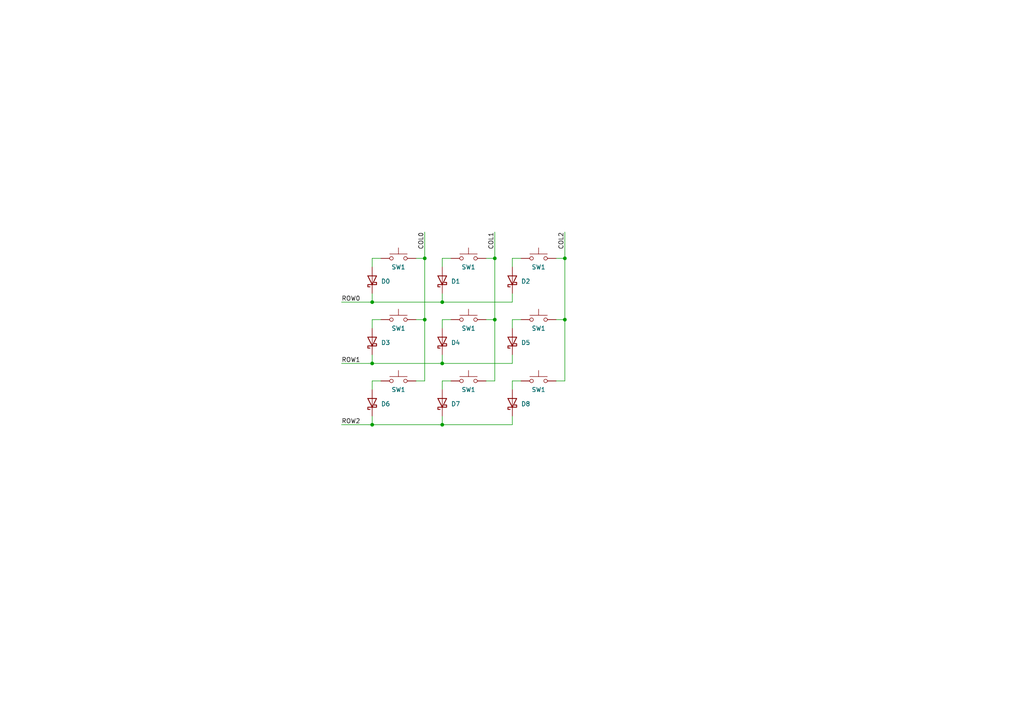
<source format=kicad_sch>
(kicad_sch (version 20230121) (generator eeschema)
  (paper "A4")
  (lib_symbols
    (symbol "Diode:1N5819" (pin_numbers hide) (pin_names (offset 1.016) hide)
      (property "Reference" "D" (at 0 2.54 0))
      (property "Value" "1N5819" (at 0 -2.54 0))
      (symbol "1N5819_0_1"
        (polyline (pts (xy 1.27 0) (xy -1.27 0)))
        (polyline (pts (xy 1.27 1.27) (xy 1.27 -1.27) (xy -1.27 0) (xy 1.27 1.27)) (stroke (width 0.254)))
        (polyline (pts (xy -1.905 0.635) (xy -1.905 1.27) (xy -1.27 1.27) (xy -1.27 -1.27) (xy -0.635 -1.27) (xy -0.635 -0.635)) (stroke (width 0.254)))
      )
      (symbol "1N5819_1_1"
        (pin passive line (at -3.81 0 0) (length 2.54) (name "K") (number "1"))
        (pin passive line (at 3.81 0 180) (length 2.54) (name "A") (number "2"))
      )
    )
    (symbol "Switch:SW_Push" (pin_numbers hide) (pin_names (offset 1.016) hide)
      (property "Reference" "SW" (at 1.27 2.54 0))
      (property "Value" "SW_Push" (at 0 -1.524 0))
      (symbol "SW_Push_0_1"
        (circle (center -2.032 0) (radius 0.508))
        (polyline (pts (xy 0 1.27) (xy 0 3.048)))
        (polyline (pts (xy 2.54 1.27) (xy -2.54 1.27)))
        (circle (center 2.032 0) (radius 0.508))
        (pin passive line (at -5.08 0 0) (length 2.54) (name "1") (number "1"))
        (pin passive line (at 5.08 0 180) (length 2.54) (name "2") (number "2"))
      )
    )
  )
  (junction (at 107.95 123.19))
  (junction (at 128.27 87.63))
  (junction (at 123.19 92.71))
  (junction (at 143.51 92.71))
  (junction (at 123.19 74.93))
  (junction (at 163.83 74.93))
  (junction (at 163.83 92.71))
  (junction (at 143.51 74.93))
  (junction (at 107.95 105.41))
  (junction (at 128.27 123.19))
  (junction (at 107.95 87.63))
  (junction (at 128.27 105.41))
  (wire (pts (xy 143.51 92.71) (xy 140.97 92.71)))
  (wire (pts (xy 128.27 87.63) (xy 148.59 87.63)))
  (wire (pts (xy 120.65 110.49) (xy 123.19 110.49)))
  (wire (pts (xy 148.59 74.93) (xy 151.13 74.93)))
  (wire (pts (xy 143.51 74.93) (xy 143.51 92.71)))
  (wire (pts (xy 128.27 77.47) (xy 128.27 74.93)))
  (wire (pts (xy 148.59 120.65) (xy 148.59 123.19)))
  (wire (pts (xy 148.59 110.49) (xy 151.13 110.49)))
  (wire (pts (xy 148.59 102.87) (xy 148.59 105.41)))
  (wire (pts (xy 107.95 95.25) (xy 107.95 92.71)))
  (wire (pts (xy 128.27 95.25) (xy 128.27 92.71)))
  (wire (pts (xy 148.59 85.09) (xy 148.59 87.63)))
  (wire (pts (xy 163.83 74.93) (xy 163.83 92.71)))
  (wire (pts (xy 128.27 110.49) (xy 130.81 110.49)))
  (wire (pts (xy 163.83 67.31) (xy 163.83 74.93)))
  (wire (pts (xy 107.95 92.71) (xy 110.49 92.71)))
  (wire (pts (xy 123.19 92.71) (xy 120.65 92.71)))
  (wire (pts (xy 163.83 92.71) (xy 161.29 92.71)))
  (wire (pts (xy 99.06 123.19) (xy 107.95 123.19)))
  (wire (pts (xy 128.27 74.93) (xy 130.81 74.93)))
  (wire (pts (xy 128.27 92.71) (xy 130.81 92.71)))
  (wire (pts (xy 128.27 120.65) (xy 128.27 123.19)))
  (wire (pts (xy 107.95 74.93) (xy 110.49 74.93)))
  (wire (pts (xy 128.27 123.19) (xy 148.59 123.19)))
  (wire (pts (xy 107.95 110.49) (xy 110.49 110.49)))
  (wire (pts (xy 148.59 77.47) (xy 148.59 74.93)))
  (wire (pts (xy 163.83 92.71) (xy 163.83 110.49)))
  (wire (pts (xy 107.95 77.47) (xy 107.95 74.93)))
  (wire (pts (xy 107.95 85.09) (xy 107.95 87.63)))
  (wire (pts (xy 123.19 67.31) (xy 123.19 74.93)))
  (wire (pts (xy 107.95 87.63) (xy 128.27 87.63)))
  (wire (pts (xy 161.29 110.49) (xy 163.83 110.49)))
  (wire (pts (xy 143.51 67.31) (xy 143.51 74.93)))
  (wire (pts (xy 123.19 74.93) (xy 120.65 74.93)))
  (wire (pts (xy 163.83 74.93) (xy 161.29 74.93)))
  (wire (pts (xy 128.27 105.41) (xy 148.59 105.41)))
  (wire (pts (xy 140.97 110.49) (xy 143.51 110.49)))
  (wire (pts (xy 99.06 87.63) (xy 107.95 87.63)))
  (wire (pts (xy 107.95 113.03) (xy 107.95 110.49)))
  (wire (pts (xy 107.95 102.87) (xy 107.95 105.41)))
  (wire (pts (xy 148.59 95.25) (xy 148.59 92.71)))
  (wire (pts (xy 148.59 92.71) (xy 151.13 92.71)))
  (wire (pts (xy 123.19 74.93) (xy 123.19 92.71)))
  (wire (pts (xy 128.27 102.87) (xy 128.27 105.41)))
  (wire (pts (xy 143.51 74.93) (xy 140.97 74.93)))
  (wire (pts (xy 143.51 92.71) (xy 143.51 110.49)))
  (wire (pts (xy 99.06 105.41) (xy 107.95 105.41)))
  (wire (pts (xy 107.95 123.19) (xy 128.27 123.19)))
  (wire (pts (xy 123.19 92.71) (xy 123.19 110.49)))
  (wire (pts (xy 128.27 113.03) (xy 128.27 110.49)))
  (wire (pts (xy 148.59 113.03) (xy 148.59 110.49)))
  (wire (pts (xy 128.27 85.09) (xy 128.27 87.63)))
  (wire (pts (xy 107.95 120.65) (xy 107.95 123.19)))
  (wire (pts (xy 107.95 105.41) (xy 128.27 105.41)))
  (label "COL2" (at 163.83 67.31 270))
  (label "COL1" (at 143.51 67.31 270))
  (label "ROW0" (at 99.06 87.63 0))
  (label "ROW1" (at 99.06 105.41 0))
  (label "ROW2" (at 99.06 123.19 0))
  (label "COL0" (at 123.19 67.31 270))
  (symbol (lib_id "Diode:1N5819") (at 128.27 99.06 90) (unit 1) (on_board no)
    (property "Reference" "D4" (at 130.81 99.3775 90) (effects (justify right)))
    (property "Value" "1SS416" (effects hide))
    (property "Footprint" "Diode_SMD:D_SOD-923" (effects hide))
    (instances (project "keyboard-matrix-testboard" (path "" (reference "D4") (unit 1)) (path "" (reference "D5") (unit 1)) (path "" (reference "D5") (unit 1))))
  )
  (symbol (lib_id "Switch:SW_Push") (at 135.89 74.93 0) (unit 1) (on_board no)
    (property "Reference" "SW1" (at 135.89 77.47 0))
    (property "Value" "SW_Push" (effects hide))
    (property "Footprint" "Button_Switch_SMD:SW_Push_1P1T_NO_Vertical_Wuerth_434133025816" (effects hide))
    (instances (project "spotlight-v2" (path "" (reference "SW1") (unit 1))) (project "keyboard-matrix-testboard" (path "" (reference "SW1") (unit 1)) (path "" (reference "SW4") (unit 1)) (path "" (reference "SW2") (unit 1))) (project "nrf-display" (path "" (reference "SW1") (unit 1))) (project "nrf-multi-io" (path "" (reference "SW1") (unit 1))))
  )
  (symbol (lib_id "Diode:1N5819") (at 128.27 116.84 90) (unit 1) (on_board no)
    (property "Reference" "D7" (at 130.81 117.1575 90) (effects (justify right)))
    (property "Value" "1SS416" (effects hide))
    (property "Footprint" "Diode_SMD:D_SOD-923" (effects hide))
    (instances (project "keyboard-matrix-testboard" (path "" (reference "D7") (unit 1)) (path "" (reference "D6") (unit 1)) (path "" (reference "D8") (unit 1))))
  )
  (symbol (lib_id "Switch:SW_Push") (at 156.21 110.49 0) (unit 1) (on_board no)
    (property "Reference" "SW1" (at 156.21 113.03 0))
    (property "Value" "SW_Push" (effects hide))
    (property "Footprint" "Button_Switch_SMD:SW_Push_1P1T_NO_Vertical_Wuerth_434133025816" (effects hide))
    (instances (project "spotlight-v2" (path "" (reference "SW1") (unit 1))) (project "keyboard-matrix-testboard" (path "" (reference "SW8") (unit 1)) (path "" (reference "SW35") (unit 1)) (path "" (reference "SW9") (unit 1))) (project "nrf-display" (path "" (reference "SW1") (unit 1))) (project "nrf-multi-io" (path "" (reference "SW1") (unit 1))))
  )
  (symbol (lib_id "Switch:SW_Push") (at 115.57 92.71 0) (unit 1) (on_board no)
    (property "Reference" "SW1" (at 115.57 95.25 0))
    (property "Value" "SW_Push" (effects hide))
    (property "Footprint" "Button_Switch_SMD:SW_Push_1P1T_NO_Vertical_Wuerth_434133025816" (effects hide))
    (instances (project "spotlight-v2" (path "" (reference "SW1") (unit 1))) (project "keyboard-matrix-testboard" (path "" (reference "SW3") (unit 1)) (path "" (reference "SW2") (unit 1)) (path "" (reference "SW4") (unit 1))) (project "nrf-display" (path "" (reference "SW1") (unit 1))) (project "nrf-multi-io" (path "" (reference "SW1") (unit 1))))
  )
  (symbol (lib_id "Switch:SW_Push") (at 115.57 74.93 0) (unit 1) (on_board no)
    (property "Reference" "SW1" (at 115.57 77.47 0))
    (property "Value" "SW_Push" (effects hide))
    (property "Footprint" "Button_Switch_SMD:SW_Push_1P1T_NO_Vertical_Wuerth_434133025816" (effects hide))
    (instances (project "spotlight-v2" (path "" (reference "SW1") (unit 1))) (project "keyboard-matrix-testboard" (path "" (reference "SW0") (unit 1)) (path "" (reference "SW1") (unit 1)) (path "" (reference "SW1") (unit 1))) (project "nrf-display" (path "" (reference "SW1") (unit 1))) (project "nrf-multi-io" (path "" (reference "SW1") (unit 1))))
  )
  (symbol (lib_id "Switch:SW_Push") (at 156.21 92.71 0) (unit 1) (on_board no)
    (property "Reference" "SW1" (at 156.21 95.25 0))
    (property "Value" "SW_Push" (effects hide))
    (property "Footprint" "Button_Switch_SMD:SW_Push_1P1T_NO_Vertical_Wuerth_434133025816" (effects hide))
    (instances (project "spotlight-v2" (path "" (reference "SW1") (unit 1))) (project "keyboard-matrix-testboard" (path "" (reference "SW5") (unit 1)) (path "" (reference "SW8") (unit 1)) (path "" (reference "SW6") (unit 1))) (project "nrf-display" (path "" (reference "SW1") (unit 1))) (project "nrf-multi-io" (path "" (reference "SW1") (unit 1))))
  )
  (symbol (lib_id "Switch:SW_Push") (at 135.89 92.71 0) (unit 1) (on_board no)
    (property "Reference" "SW1" (at 135.89 95.25 0))
    (property "Value" "SW_Push" (effects hide))
    (property "Footprint" "Button_Switch_SMD:SW_Push_1P1T_NO_Vertical_Wuerth_434133025816" (effects hide))
    (instances (project "spotlight-v2" (path "" (reference "SW1") (unit 1))) (project "keyboard-matrix-testboard" (path "" (reference "SW4") (unit 1)) (path "" (reference "SW5") (unit 1)) (path "" (reference "SW5") (unit 1))) (project "nrf-display" (path "" (reference "SW1") (unit 1))) (project "nrf-multi-io" (path "" (reference "SW1") (unit 1))))
  )
  (symbol (lib_id "Switch:SW_Push") (at 115.57 110.49 0) (unit 1) (on_board no)
    (property "Reference" "SW1" (at 115.57 113.03 0))
    (property "Value" "SW_Push" (effects hide))
    (property "Footprint" "Button_Switch_SMD:SW_Push_1P1T_NO_Vertical_Wuerth_434133025816" (effects hide))
    (instances (project "spotlight-v2" (path "" (reference "SW1") (unit 1))) (project "keyboard-matrix-testboard" (path "" (reference "SW6") (unit 1)) (path "" (reference "SW3") (unit 1)) (path "" (reference "SW7") (unit 1))) (project "nrf-display" (path "" (reference "SW1") (unit 1))) (project "nrf-multi-io" (path "" (reference "SW1") (unit 1))))
  )
  (symbol (lib_id "Diode:1N5819") (at 148.59 99.06 90) (unit 1) (on_board no)
    (property "Reference" "D5" (at 151.13 99.3775 90) (effects (justify right)))
    (property "Value" "1SS416" (effects hide))
    (property "Footprint" "Diode_SMD:D_SOD-923" (effects hide))
    (instances (project "keyboard-matrix-testboard" (path "" (reference "D5") (unit 1)) (path "" (reference "D8") (unit 1)) (path "" (reference "D6") (unit 1))))
  )
  (symbol (lib_id "Switch:SW_Push") (at 135.89 110.49 0) (unit 1) (on_board no)
    (property "Reference" "SW1" (at 135.89 113.03 0))
    (property "Value" "SW_Push" (effects hide))
    (property "Footprint" "Button_Switch_SMD:SW_Push_1P1T_NO_Vertical_Wuerth_434133025816" (effects hide))
    (instances (project "spotlight-v2" (path "" (reference "SW1") (unit 1))) (project "keyboard-matrix-testboard" (path "" (reference "SW7") (unit 1)) (path "" (reference "SW6") (unit 1)) (path "" (reference "SW8") (unit 1))) (project "nrf-display" (path "" (reference "SW1") (unit 1))) (project "nrf-multi-io" (path "" (reference "SW1") (unit 1))))
  )
  (symbol (lib_id "Diode:1N5819") (at 107.95 99.06 90) (unit 1) (on_board no)
    (property "Reference" "D3" (at 110.49 99.3775 90) (effects (justify right)))
    (property "Value" "1SS416" (effects hide))
    (property "Footprint" "Diode_SMD:D_SOD-923" (effects hide))
    (instances (project "keyboard-matrix-testboard" (path "" (reference "D3") (unit 1)) (path "" (reference "D2") (unit 1)) (path "" (reference "D4") (unit 1))))
  )
  (symbol (lib_id "Diode:1N5819") (at 128.27 81.28 90) (unit 1) (on_board no)
    (property "Reference" "D1" (at 130.81 81.5975 90) (effects (justify right)))
    (property "Value" "1SS416" (effects hide))
    (property "Footprint" "Diode_SMD:D_SOD-923" (effects hide))
    (instances (project "keyboard-matrix-testboard" (path "" (reference "D1") (unit 1)) (path "" (reference "D4") (unit 1)) (path "" (reference "D2") (unit 1))))
  )
  (symbol (lib_id "Diode:1N5819") (at 148.59 81.28 90) (unit 1) (on_board no)
    (property "Reference" "D2" (at 151.13 81.5975 90) (effects (justify right)))
    (property "Value" "1SS416" (effects hide))
    (property "Footprint" "Diode_SMD:D_SOD-923" (effects hide))
    (instances (project "keyboard-matrix-testboard" (path "" (reference "D2") (unit 1)) (path "" (reference "D7") (unit 1)) (path "" (reference "D3") (unit 1))))
  )
  (symbol (lib_id "Diode:1N5819") (at 148.59 116.84 90) (unit 1) (on_board no)
    (property "Reference" "D8" (at 151.13 117.1575 90) (effects (justify right)))
    (property "Value" "1SS416" (effects hide))
    (property "Footprint" "Diode_SMD:D_SOD-923" (effects hide))
    (instances (project "keyboard-matrix-testboard" (path "" (reference "D8") (unit 1)) (path "" (reference "D18") (unit 1)) (path "" (reference "D9") (unit 1))))
  )
  (symbol (lib_id "Diode:1N5819") (at 107.95 116.84 90) (unit 1) (on_board no)
    (property "Reference" "D6" (at 110.49 117.1575 90) (effects (justify right)))
    (property "Value" "1SS416" (effects hide))
    (property "Footprint" "Diode_SMD:D_SOD-923" (effects hide))
    (instances (project "keyboard-matrix-testboard" (path "" (reference "D6") (unit 1)) (path "" (reference "D3") (unit 1)) (path "" (reference "D7") (unit 1))))
  )
  (symbol (lib_id "Switch:SW_Push") (at 156.21 74.93 0) (unit 1) (on_board no)
    (property "Reference" "SW1" (at 156.21 77.47 0))
    (property "Value" "SW_Push" (effects hide))
    (property "Footprint" "Button_Switch_SMD:SW_Push_1P1T_NO_Vertical_Wuerth_434133025816" (effects hide))
    (instances (project "spotlight-v2" (path "" (reference "SW1") (unit 1))) (project "keyboard-matrix-testboard" (path "" (reference "SW2") (unit 1)) (path "" (reference "SW7") (unit 1)) (path "" (reference "SW3") (unit 1))) (project "nrf-display" (path "" (reference "SW1") (unit 1))) (project "nrf-multi-io" (path "" (reference "SW1") (unit 1))))
  )
  (symbol (lib_id "Diode:1N5819") (at 107.95 81.28 90) (unit 1) (on_board no)
    (property "Reference" "D0" (at 110.49 81.5975 90) (effects (justify right)))
    (property "Value" "1SS416" (effects hide))
    (property "Footprint" "Diode_SMD:D_SOD-923" (effects hide))
    (instances (project "keyboard-matrix-testboard" (path "" (reference "D0") (unit 1)) (path "" (reference "D1") (unit 1)) (path "" (reference "D1") (unit 1))))
  )
)
</source>
